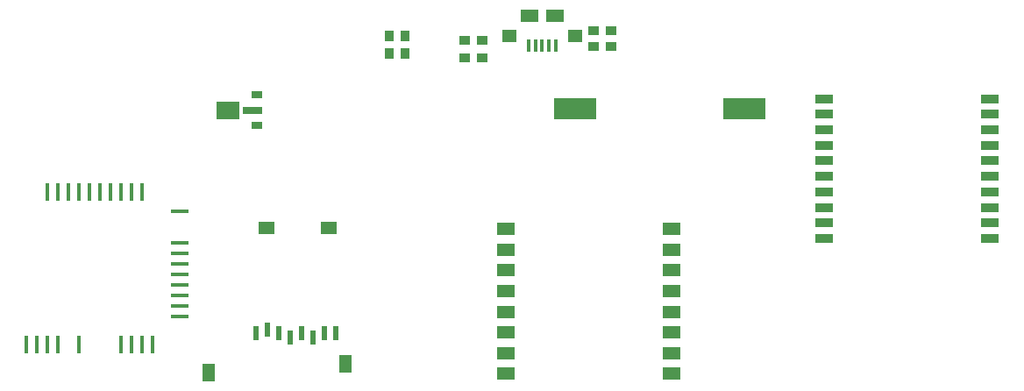
<source format=gbr>
G04 #@! TF.GenerationSoftware,KiCad,Pcbnew,(5.0.0)*
G04 #@! TF.CreationDate,2018-12-27T15:43:29-06:00*
G04 #@! TF.ProjectId,fk-core,666B2D636F72652E6B696361645F7063,0.1*
G04 #@! TF.SameCoordinates,PX791ddc0PY791ddc0*
G04 #@! TF.FileFunction,Paste,Bot*
G04 #@! TF.FilePolarity,Positive*
%FSLAX46Y46*%
G04 Gerber Fmt 4.6, Leading zero omitted, Abs format (unit mm)*
G04 Created by KiCad (PCBNEW (5.0.0)) date 12/27/18 15:43:29*
%MOMM*%
%LPD*%
G01*
G04 APERTURE LIST*
%ADD10R,1.440000X1.260000*%
%ADD11R,0.360000X1.215000*%
%ADD12R,1.710000X1.260000*%
%ADD13R,1.710000X0.360000*%
%ADD14R,0.360000X1.710000*%
%ADD15R,0.628650X1.348740*%
%ADD16R,1.618488X1.259586*%
%ADD17R,1.259586X1.709928*%
%ADD18R,1.799082X0.900684*%
%ADD19R,4.050000X2.070000*%
%ADD20R,0.990000X0.900000*%
%ADD21R,1.800000X1.170000*%
%ADD22R,1.080000X0.720000*%
%ADD23R,1.980000X0.720000*%
%ADD24R,2.250000X1.800000*%
%ADD25R,0.900000X0.990000*%
G04 APERTURE END LIST*
D10*
G04 #@! TO.C,J9*
X7361000Y14509000D03*
D11*
X4161000Y13589000D03*
D12*
X5361000Y16509000D03*
X2961000Y16509000D03*
D11*
X3511000Y13589000D03*
X2861000Y13589000D03*
X4811000Y13589000D03*
X5461000Y13589000D03*
D10*
X961000Y14509000D03*
G04 #@! TD*
D13*
G04 #@! TO.C,U1*
X-30795100Y-5459730D03*
X-30795100Y-6475730D03*
X-30795100Y-7491731D03*
X-30795100Y-8507731D03*
X-30795100Y-9523730D03*
X-30795100Y-10539730D03*
X-30795100Y-11555730D03*
X-30795100Y-12571730D03*
X-30795100Y-2411730D03*
D14*
X-36514550Y-15242130D03*
X-35498550Y-15242130D03*
X-34482550Y-15242130D03*
X-33466550Y-15242130D03*
X-40578550Y-15242130D03*
X-42610553Y-15242130D03*
X-43626550Y-15242130D03*
X-44642550Y-15242130D03*
X-45658550Y-15242130D03*
X-34474330Y-511860D03*
X-35490330Y-511860D03*
X-36506330Y-511860D03*
X-37522330Y-511860D03*
X-38538330Y-511860D03*
X-39554330Y-511860D03*
X-40570330Y-511860D03*
X-41586334Y-511860D03*
X-42602334Y-511860D03*
X-43618330Y-511860D03*
G04 #@! TD*
D15*
G04 #@! TO.C,M7*
X-23477220Y-14193520D03*
X-22377400Y-13794740D03*
X-21277580Y-14193520D03*
X-20177760Y-14594840D03*
X-19077940Y-14193520D03*
X-17975580Y-14594840D03*
X-16875760Y-14193520D03*
X-15775940Y-14193520D03*
D16*
X-16476980Y-3995420D03*
X-22476460Y-3995420D03*
D17*
X-14876780Y-17094200D03*
X-28077160Y-17995900D03*
G04 #@! TD*
D18*
G04 #@! TO.C,U10*
X31419800Y-5021580D03*
X31419800Y-3522980D03*
X31419800Y-2021840D03*
X31419800Y-523240D03*
X31419800Y977900D03*
X31419800Y2476500D03*
X31419800Y3977640D03*
X31419800Y5476240D03*
X31419800Y6977380D03*
X31419800Y8475980D03*
X47421800Y8475980D03*
X47421800Y6977380D03*
X47421800Y5476240D03*
X47421800Y3977640D03*
X47421800Y2476500D03*
X47421800Y977900D03*
X47421800Y-523240D03*
X47421800Y-2021840D03*
X47421800Y-3522980D03*
X47421800Y-5021580D03*
G04 #@! TD*
D19*
G04 #@! TO.C,BT1*
X23723600Y7518400D03*
X7323600Y7518400D03*
G04 #@! TD*
D20*
G04 #@! TO.C,R23*
X9106800Y15011400D03*
X10806800Y15011400D03*
G04 #@! TD*
G04 #@! TO.C,R30*
X9095000Y13487400D03*
X10795000Y13487400D03*
G04 #@! TD*
D21*
G04 #@! TO.C,U3*
X636000Y-18096000D03*
X636000Y-16096000D03*
X636000Y-14096000D03*
X636000Y-12096000D03*
X636000Y-10096000D03*
X636000Y-8096000D03*
X636000Y-6096000D03*
X636000Y-4096000D03*
X16636000Y-4096000D03*
X16636000Y-6096000D03*
X16636000Y-8096000D03*
X16636000Y-10096000D03*
X16636000Y-12096000D03*
X16636000Y-14096000D03*
X16636000Y-16096000D03*
X16636000Y-18096000D03*
G04 #@! TD*
D22*
G04 #@! TO.C,U14*
X-23345200Y8866000D03*
D23*
X-23845200Y7366000D03*
D22*
X-23345200Y5866000D03*
D24*
X-26195200Y7366000D03*
G04 #@! TD*
D20*
G04 #@! TO.C,C14*
X-3339276Y12452695D03*
X-1639276Y12452695D03*
G04 #@! TD*
D25*
G04 #@! TO.C,R26*
X-10591800Y14540600D03*
X-10591800Y12840600D03*
G04 #@! TD*
G04 #@! TO.C,R27*
X-9067800Y14566000D03*
X-9067800Y12866000D03*
G04 #@! TD*
D20*
G04 #@! TO.C,R31*
X-1639276Y14103695D03*
X-3339276Y14103695D03*
G04 #@! TD*
M02*

</source>
